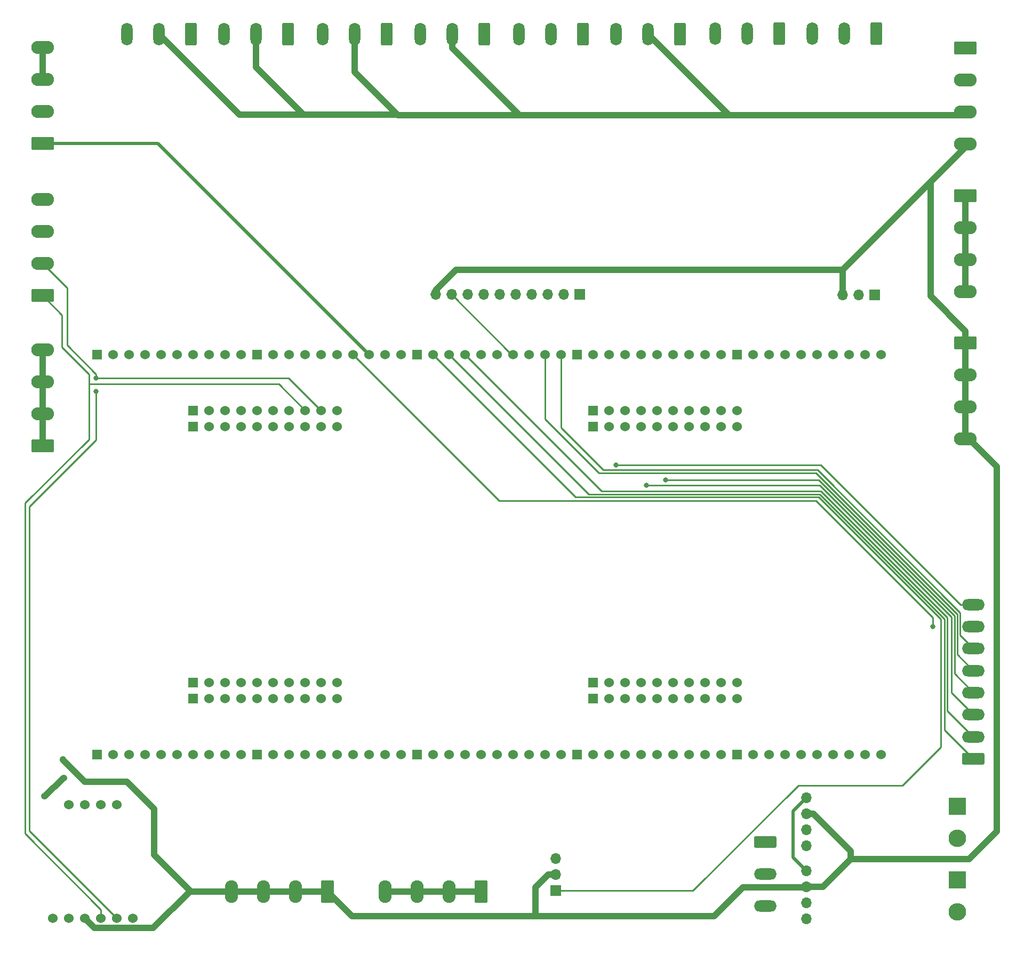
<source format=gbr>
%TF.GenerationSoftware,KiCad,Pcbnew,(6.0.6)*%
%TF.CreationDate,2022-09-09T15:05:40+03:00*%
%TF.ProjectId,main_board,6d61696e-5f62-46f6-9172-642e6b696361,rev?*%
%TF.SameCoordinates,Original*%
%TF.FileFunction,Copper,L1,Top*%
%TF.FilePolarity,Positive*%
%FSLAX46Y46*%
G04 Gerber Fmt 4.6, Leading zero omitted, Abs format (unit mm)*
G04 Created by KiCad (PCBNEW (6.0.6)) date 2022-09-09 15:05:40*
%MOMM*%
%LPD*%
G01*
G04 APERTURE LIST*
G04 Aperture macros list*
%AMRoundRect*
0 Rectangle with rounded corners*
0 $1 Rounding radius*
0 $2 $3 $4 $5 $6 $7 $8 $9 X,Y pos of 4 corners*
0 Add a 4 corners polygon primitive as box body*
4,1,4,$2,$3,$4,$5,$6,$7,$8,$9,$2,$3,0*
0 Add four circle primitives for the rounded corners*
1,1,$1+$1,$2,$3*
1,1,$1+$1,$4,$5*
1,1,$1+$1,$6,$7*
1,1,$1+$1,$8,$9*
0 Add four rect primitives between the rounded corners*
20,1,$1+$1,$2,$3,$4,$5,0*
20,1,$1+$1,$4,$5,$6,$7,0*
20,1,$1+$1,$6,$7,$8,$9,0*
20,1,$1+$1,$8,$9,$2,$3,0*%
G04 Aperture macros list end*
%TA.AperFunction,ComponentPad*%
%ADD10O,1.700000X1.700000*%
%TD*%
%TA.AperFunction,ComponentPad*%
%ADD11R,2.800000X2.800000*%
%TD*%
%TA.AperFunction,ComponentPad*%
%ADD12O,2.800000X2.800000*%
%TD*%
%TA.AperFunction,ComponentPad*%
%ADD13RoundRect,0.249999X1.550001X-0.790001X1.550001X0.790001X-1.550001X0.790001X-1.550001X-0.790001X0*%
%TD*%
%TA.AperFunction,ComponentPad*%
%ADD14O,3.600000X2.080000*%
%TD*%
%TA.AperFunction,ComponentPad*%
%ADD15C,1.524000*%
%TD*%
%TA.AperFunction,ComponentPad*%
%ADD16RoundRect,0.249999X-1.550001X0.790001X-1.550001X-0.790001X1.550001X-0.790001X1.550001X0.790001X0*%
%TD*%
%TA.AperFunction,ComponentPad*%
%ADD17R,1.700000X1.700000*%
%TD*%
%TA.AperFunction,ComponentPad*%
%ADD18O,1.800000X3.600000*%
%TD*%
%TA.AperFunction,ComponentPad*%
%ADD19RoundRect,0.250000X0.650000X1.550000X-0.650000X1.550000X-0.650000X-1.550000X0.650000X-1.550000X0*%
%TD*%
%TA.AperFunction,ComponentPad*%
%ADD20RoundRect,0.250000X1.550000X-0.650000X1.550000X0.650000X-1.550000X0.650000X-1.550000X-0.650000X0*%
%TD*%
%TA.AperFunction,ComponentPad*%
%ADD21O,3.600000X1.800000*%
%TD*%
%TA.AperFunction,ComponentPad*%
%ADD22RoundRect,0.249999X0.790001X1.550001X-0.790001X1.550001X-0.790001X-1.550001X0.790001X-1.550001X0*%
%TD*%
%TA.AperFunction,ComponentPad*%
%ADD23O,2.080000X3.600000*%
%TD*%
%TA.AperFunction,ComponentPad*%
%ADD24R,1.524000X1.524000*%
%TD*%
%TA.AperFunction,ComponentPad*%
%ADD25RoundRect,0.250000X-1.550000X0.650000X-1.550000X-0.650000X1.550000X-0.650000X1.550000X0.650000X0*%
%TD*%
%TA.AperFunction,ViaPad*%
%ADD26C,0.800000*%
%TD*%
%TA.AperFunction,Conductor*%
%ADD27C,0.500000*%
%TD*%
%TA.AperFunction,Conductor*%
%ADD28C,0.250000*%
%TD*%
%TA.AperFunction,Conductor*%
%ADD29C,1.000000*%
%TD*%
G04 APERTURE END LIST*
D10*
%TO.P,U4,1,3.3V*%
%TO.N,/TRANSCEIVER_ON_OFF*%
X142536400Y-147451200D03*
%TO.P,U4,2,GND*%
%TO.N,GND*%
X142536400Y-149991200D03*
%TO.P,U4,3,RX*%
%TO.N,DCAN1RX*%
X142536400Y-152531200D03*
%TO.P,U4,4,TX*%
%TO.N,DCAN1TX*%
X142536400Y-155071200D03*
D11*
%TO.P,U4,5,CANH*%
%TO.N,/CANH_BMS*%
X166502400Y-148841200D03*
D12*
%TO.P,U4,6,CANL*%
%TO.N,/CANL_BMS*%
X166502400Y-153921200D03*
%TD*%
D10*
%TO.P,U3,1,3.3V*%
%TO.N,/TRANSCEIVER_ON_OFF*%
X142587200Y-159084400D03*
%TO.P,U3,2,GND*%
%TO.N,GND*%
X142587200Y-161624400D03*
%TO.P,U3,3,RX*%
%TO.N,GIOB_3{slash}DCAN4RX*%
X142587200Y-164164400D03*
%TO.P,U3,4,TX*%
%TO.N,GIOB_2{slash}DCAN4TX*%
X142587200Y-166704400D03*
D11*
%TO.P,U3,5,CANH*%
%TO.N,/CANH_CURTIS*%
X166553200Y-160474400D03*
D12*
%TO.P,U3,6,CANL*%
%TO.N,/CANL_CURTIS*%
X166553200Y-165554400D03*
%TD*%
D13*
%TO.P,J5,1,Pin_1*%
%TO.N,+5V*%
X21285200Y-91592400D03*
D14*
%TO.P,J5,2,Pin_2*%
X21285200Y-86512400D03*
%TO.P,J5,3,Pin_3*%
X21285200Y-81432400D03*
%TO.P,J5,4,Pin_4*%
X21285200Y-76352400D03*
%TD*%
D15*
%TO.P,U1,1,Vin*%
%TO.N,+5V*%
X22963800Y-166625000D03*
%TO.P,U1,2,3Vo*%
%TO.N,unconnected-(U1-Pad2)*%
X25503800Y-166625000D03*
%TO.P,U1,3,GND*%
%TO.N,GND*%
X28043800Y-166625000D03*
%TO.P,U1,4,SDA*%
%TO.N,MIBSPI3NCS_2{slash}I2C1_SDA{slash}N2HET1_27{slash}NTZ1_2*%
X30583800Y-166625000D03*
%TO.P,U1,5,SCL*%
%TO.N,MIBSPI3NCS_3{slash}I2C1_SCL{slash}N2HET1_29{slash}NTZ1_1*%
X33123800Y-166625000D03*
%TO.P,U1,6,RESET*%
%TO.N,unconnected-(U1-Pad6)*%
X35663800Y-166625000D03*
%TO.P,U1,7,PS0_3V*%
%TO.N,unconnected-(U1-Pad7)*%
X25503800Y-148591000D03*
%TO.P,U1,8,PS1_3V*%
%TO.N,unconnected-(U1-Pad8)*%
X28043800Y-148591000D03*
%TO.P,U1,9,INT_3V*%
%TO.N,unconnected-(U1-Pad9)*%
X30583800Y-148591000D03*
%TO.P,U1,10,I2C_ADDR_3V*%
%TO.N,unconnected-(U1-Pad10)*%
X33123800Y-148591000D03*
%TD*%
D13*
%TO.P,J1,1,Pin_1*%
%TO.N,N2HET2_2{slash}N2HET2_NDIS*%
X21285200Y-43586400D03*
D14*
%TO.P,J1,2,Pin_2*%
%TO.N,/SARJ START*%
X21285200Y-38506400D03*
%TO.P,J1,3,Pin_3*%
%TO.N,GND*%
X21285200Y-33426400D03*
%TO.P,J1,4,Pin_4*%
X21285200Y-28346400D03*
%TD*%
D16*
%TO.P,J2,1,Pin_1*%
%TO.N,+5V*%
X167781100Y-28448000D03*
D14*
%TO.P,J2,2,Pin_2*%
%TO.N,+12V*%
X167781100Y-33528000D03*
%TO.P,J2,3,Pin_3*%
%TO.N,+24V*%
X167781100Y-38608000D03*
%TO.P,J2,4,Pin_4*%
%TO.N,GND*%
X167781100Y-43688000D03*
%TD*%
D17*
%TO.P,MODULE1,1,JD-VCC*%
%TO.N,+5V*%
X153408000Y-67586000D03*
D10*
%TO.P,MODULE1,2,VCC*%
%TO.N,+3V3*%
X150868000Y-67586000D03*
%TO.P,MODULE1,3,GND*%
%TO.N,GND*%
X148328000Y-67586000D03*
%TO.P,MODULE1,4,GND*%
X83693000Y-67564000D03*
%TO.P,MODULE1,5,IN1*%
%TO.N,N2HET2_9*%
X86233000Y-67564000D03*
%TO.P,MODULE1,6,IN2*%
%TO.N,N2HET2_0*%
X88773000Y-67564000D03*
%TO.P,MODULE1,7,IN3*%
%TO.N,N2HET2_1{slash}N2HET1_NDIS*%
X91313000Y-67564000D03*
%TO.P,MODULE1,8,IN4*%
%TO.N,N2HET2_6*%
X93853000Y-67564000D03*
%TO.P,MODULE1,9,IN5*%
%TO.N,N2HET2_7{slash}MIBSPI2NCS_0*%
X96393000Y-67564000D03*
%TO.P,MODULE1,10,IN6*%
%TO.N,N2HET2_10*%
X98933000Y-67564000D03*
%TO.P,MODULE1,11,IN7*%
%TO.N,N2HET2_8*%
X101473000Y-67564000D03*
%TO.P,MODULE1,12,IN8*%
%TO.N,N2HET2_13{slash}MIBSPI2SOMI*%
X104013000Y-67564000D03*
D17*
%TO.P,MODULE1,13,VCC*%
%TO.N,+3V3*%
X106553000Y-67564000D03*
D18*
%TO.P,MODULE1,14,K1_NC*%
%TO.N,unconnected-(MODULE1-Pad14)*%
X34671000Y-26199000D03*
%TO.P,MODULE1,15,K1_COM*%
%TO.N,+24V*%
X39751000Y-26199000D03*
D19*
%TO.P,MODULE1,16,K1_NO*%
%TO.N,/BUZZER ALARM*%
X44831000Y-26199000D03*
D18*
%TO.P,MODULE1,17,K2_NC*%
%TO.N,unconnected-(MODULE1-Pad17)*%
X50131000Y-26199000D03*
%TO.P,MODULE1,18,K2_COM*%
%TO.N,+24V*%
X55211000Y-26199000D03*
D19*
%TO.P,MODULE1,19,K2_NO*%
%TO.N,/RED ALARM*%
X60291000Y-26199000D03*
D18*
%TO.P,MODULE1,20,K3_NC*%
%TO.N,unconnected-(MODULE1-Pad20)*%
X65786000Y-26199000D03*
%TO.P,MODULE1,21,K3_COM*%
%TO.N,+24V*%
X70866000Y-26199000D03*
D19*
%TO.P,MODULE1,22,K3_NO*%
%TO.N,/YELLOW ALARM*%
X75946000Y-26199000D03*
D18*
%TO.P,MODULE1,23,K4_NC*%
%TO.N,unconnected-(MODULE1-Pad23)*%
X81246000Y-26199000D03*
%TO.P,MODULE1,24,K4_COM*%
%TO.N,+24V*%
X86326000Y-26199000D03*
D19*
%TO.P,MODULE1,25,K4_NO*%
%TO.N,/GREEN ALARM*%
X91406000Y-26199000D03*
D18*
%TO.P,MODULE1,26,K5_NC*%
%TO.N,unconnected-(MODULE1-Pad26)*%
X96901000Y-26199000D03*
%TO.P,MODULE1,27,K5_COM*%
%TO.N,/KAPI_KUMANDA_SW1*%
X101981000Y-26199000D03*
D19*
%TO.P,MODULE1,28,K5_NO*%
%TO.N,/KAPI_KUMANDA_SW2*%
X107061000Y-26199000D03*
D18*
%TO.P,MODULE1,29,K6_NC*%
%TO.N,unconnected-(MODULE1-Pad29)*%
X112361000Y-26199000D03*
%TO.P,MODULE1,30,K6_COM*%
%TO.N,+24V*%
X117441000Y-26199000D03*
D19*
%TO.P,MODULE1,31,K6_NO*%
%TO.N,/SARJ START*%
X122521000Y-26199000D03*
D18*
%TO.P,MODULE1,32,K7_NC*%
%TO.N,unconnected-(MODULE1-Pad32)*%
X128050000Y-26162000D03*
%TO.P,MODULE1,33,K7_COM*%
%TO.N,/PC_ON_HEADER_GND*%
X133130000Y-26162000D03*
D19*
%TO.P,MODULE1,34,K7_NO*%
%TO.N,/PC_ON_HEADER*%
X138210000Y-26162000D03*
D18*
%TO.P,MODULE1,35,K8_NC*%
%TO.N,unconnected-(MODULE1-Pad35)*%
X143510000Y-26162000D03*
%TO.P,MODULE1,36,K8_COM*%
%TO.N,unconnected-(MODULE1-Pad36)*%
X148590000Y-26162000D03*
D19*
%TO.P,MODULE1,37,K8_NO*%
%TO.N,unconnected-(MODULE1-Pad37)*%
X153670000Y-26162000D03*
%TD*%
D20*
%TO.P,J4,1,Pin_1*%
%TO.N,N2HET2_23*%
X169095300Y-141264500D03*
D21*
%TO.P,J4,2,Pin_2*%
%TO.N,N2HET2_11*%
X169095300Y-137764500D03*
%TO.P,J4,3,Pin_3*%
%TO.N,DCAN2TX*%
X169095300Y-134264500D03*
%TO.P,J4,4,Pin_4*%
%TO.N,DCAN2RX*%
X169095300Y-130764500D03*
%TO.P,J4,5,Pin_5*%
%TO.N,AD2IN_23*%
X169095300Y-127264500D03*
%TO.P,J4,6,Pin_6*%
%TO.N,AD2IN_24*%
X169095300Y-123764500D03*
%TO.P,J4,7,Pin_7*%
%TO.N,N2HET2_3{slash}MIBSPI2CLK*%
X169095300Y-120264500D03*
%TO.P,J4,8,Pin_8*%
%TO.N,N2HET2_4*%
X169095300Y-116764500D03*
%TD*%
D22*
%TO.P,J9,1,Pin_1*%
%TO.N,GND*%
X66548000Y-162356800D03*
D23*
%TO.P,J9,2,Pin_2*%
X61468000Y-162356800D03*
%TO.P,J9,3,Pin_3*%
X56388000Y-162356800D03*
%TO.P,J9,4,Pin_4*%
X51308000Y-162356800D03*
%TD*%
D16*
%TO.P,J6,1,Pin_1*%
%TO.N,+12V*%
X167813100Y-51866800D03*
D14*
%TO.P,J6,2,Pin_2*%
X167813100Y-56946800D03*
%TO.P,J6,3,Pin_3*%
X167813100Y-62026800D03*
%TO.P,J6,4,Pin_4*%
X167813100Y-67106800D03*
%TD*%
D13*
%TO.P,J3,1,Pin_1*%
%TO.N,MIBSPI3NCS_2{slash}I2C1_SDA{slash}N2HET1_27{slash}NTZ1_2*%
X21285200Y-67716400D03*
D14*
%TO.P,J3,2,Pin_2*%
%TO.N,MIBSPI3NCS_3{slash}I2C1_SCL{slash}N2HET1_29{slash}NTZ1_1*%
X21285200Y-62636400D03*
%TO.P,J3,3,Pin_3*%
%TO.N,+5V*%
X21285200Y-57556400D03*
%TO.P,J3,4,Pin_4*%
%TO.N,GND*%
X21285200Y-52476400D03*
%TD*%
D16*
%TO.P,J8,1,Pin_1*%
%TO.N,GND*%
X167781100Y-75234800D03*
D14*
%TO.P,J8,2,Pin_2*%
X167781100Y-80314800D03*
%TO.P,J8,3,Pin_3*%
X167781100Y-85394800D03*
%TO.P,J8,4,Pin_4*%
X167781100Y-90474800D03*
%TD*%
D15*
%TO.P,U2,J10_50,J10_50*%
%TO.N,unconnected-(U2-PadJ10_50)*%
X154406600Y-140578200D03*
%TO.P,U2,J10_49,J10_49*%
%TO.N,unconnected-(U2-PadJ10_49)*%
X151866600Y-140578200D03*
%TO.P,U2,J10_48,J10_48*%
%TO.N,unconnected-(U2-PadJ10_48)*%
X149326600Y-140578200D03*
%TO.P,U2,J10_47,J10_47*%
%TO.N,unconnected-(U2-PadJ10_47)*%
X146786600Y-140578200D03*
%TO.P,U2,J10_46,J10_46*%
%TO.N,N2HET2_13{slash}MIBSPI2SOMI*%
X144246600Y-140578200D03*
%TO.P,U2,J10_45,J10_45*%
%TO.N,DCAN1TX*%
X141706600Y-140578200D03*
%TO.P,U2,J10_44,J10_44*%
%TO.N,DCAN1RX*%
X139166600Y-140578200D03*
%TO.P,U2,J10_43,J10_43*%
%TO.N,unconnected-(U2-PadJ10_43)*%
X136626600Y-140578200D03*
%TO.P,U2,J10_42,J10_42*%
%TO.N,unconnected-(U2-PadJ10_42)*%
X134086600Y-140578200D03*
D24*
%TO.P,U2,J10_41,J10_41*%
%TO.N,unconnected-(U2-PadJ10_41)*%
X131546600Y-140578200D03*
D15*
%TO.P,U2,J10_40,J10_40*%
%TO.N,unconnected-(U2-PadJ10_40)*%
X129006600Y-140578200D03*
%TO.P,U2,J10_39,J10_39*%
%TO.N,unconnected-(U2-PadJ10_39)*%
X126466600Y-140578200D03*
%TO.P,U2,J10_38,J10_38*%
%TO.N,unconnected-(U2-PadJ10_38)*%
X123926600Y-140578200D03*
%TO.P,U2,J10_37,J10_37*%
%TO.N,unconnected-(U2-PadJ10_37)*%
X121386600Y-140578200D03*
%TO.P,U2,J10_36,J10_36*%
%TO.N,unconnected-(U2-PadJ10_36)*%
X118846600Y-140578200D03*
%TO.P,U2,J10_35,J10_35*%
%TO.N,unconnected-(U2-PadJ10_35)*%
X116306600Y-140578200D03*
%TO.P,U2,J10_34,J10_34*%
%TO.N,unconnected-(U2-PadJ10_34)*%
X113766600Y-140578200D03*
%TO.P,U2,J10_33,J10_33*%
%TO.N,unconnected-(U2-PadJ10_33)*%
X111226600Y-140578200D03*
%TO.P,U2,J10_32,J10_32*%
%TO.N,unconnected-(U2-PadJ10_32)*%
X108686600Y-140578200D03*
D24*
%TO.P,U2,J10_31,J10_31*%
%TO.N,unconnected-(U2-PadJ10_31)*%
X106146600Y-140578200D03*
D15*
%TO.P,U2,J10_30,J10_30*%
%TO.N,unconnected-(U2-PadJ10_30)*%
X103606600Y-140578200D03*
%TO.P,U2,J10_29,J10_29*%
%TO.N,unconnected-(U2-PadJ10_29)*%
X101066600Y-140578200D03*
%TO.P,U2,J10_28,J10_28*%
%TO.N,unconnected-(U2-PadJ10_28)*%
X98526600Y-140578200D03*
%TO.P,U2,J10_27,J10_27*%
%TO.N,unconnected-(U2-PadJ10_27)*%
X95986600Y-140578200D03*
%TO.P,U2,J10_26,J10_26*%
%TO.N,unconnected-(U2-PadJ10_26)*%
X93446600Y-140578200D03*
%TO.P,U2,J10_25,J10_25*%
%TO.N,unconnected-(U2-PadJ10_25)*%
X90906600Y-140578200D03*
%TO.P,U2,J10_24,J10_24*%
%TO.N,unconnected-(U2-PadJ10_24)*%
X88366600Y-140578200D03*
%TO.P,U2,J10_23,J10_23*%
%TO.N,unconnected-(U2-PadJ10_23)*%
X85826600Y-140578200D03*
%TO.P,U2,J10_22,J10_22*%
%TO.N,unconnected-(U2-PadJ10_22)*%
X83286600Y-140578200D03*
D24*
%TO.P,U2,J10_21,J10_21*%
%TO.N,unconnected-(U2-PadJ10_21)*%
X80746600Y-140578200D03*
D15*
%TO.P,U2,J10_20,J10_20*%
%TO.N,unconnected-(U2-PadJ10_20)*%
X78206600Y-140578200D03*
%TO.P,U2,J10_19,J10_19*%
%TO.N,N2HET2_8*%
X75666600Y-140578200D03*
%TO.P,U2,J10_18,J10_18*%
%TO.N,unconnected-(U2-PadJ10_18)*%
X73126600Y-140578200D03*
%TO.P,U2,J10_17,J10_17*%
%TO.N,unconnected-(U2-PadJ10_17)*%
X70586600Y-140578200D03*
%TO.P,U2,J10_16,J10_16*%
%TO.N,GIOB_3{slash}DCAN4RX*%
X68046600Y-140578200D03*
%TO.P,U2,J10_15,J10_15*%
%TO.N,unconnected-(U2-PadJ10_15)*%
X65506600Y-140578200D03*
%TO.P,U2,J10_14,J10_14*%
%TO.N,unconnected-(U2-PadJ10_14)*%
X62966600Y-140578200D03*
%TO.P,U2,J10_13,J10_13*%
%TO.N,unconnected-(U2-PadJ10_13)*%
X60426600Y-140578200D03*
%TO.P,U2,J10_12,J10_12*%
%TO.N,unconnected-(U2-PadJ10_12)*%
X57886600Y-140578200D03*
D24*
%TO.P,U2,J10_11,J10_11*%
%TO.N,unconnected-(U2-PadJ10_11)*%
X55346600Y-140578200D03*
D15*
%TO.P,U2,J10_10,J10_10*%
%TO.N,unconnected-(U2-PadJ10_10)*%
X52806600Y-140578200D03*
%TO.P,U2,J10_9,J10_9*%
%TO.N,unconnected-(U2-PadJ10_9)*%
X50266600Y-140578200D03*
%TO.P,U2,J10_8,J10_8*%
%TO.N,unconnected-(U2-PadJ10_8)*%
X47726600Y-140578200D03*
%TO.P,U2,J10_7,J10_7*%
%TO.N,unconnected-(U2-PadJ10_7)*%
X45186600Y-140578200D03*
%TO.P,U2,J10_6,J10_6*%
%TO.N,unconnected-(U2-PadJ10_6)*%
X42646600Y-140578200D03*
%TO.P,U2,J10_5,J10_5*%
%TO.N,GIOB_2{slash}DCAN4TX*%
X40106600Y-140578200D03*
%TO.P,U2,J10_4,J10_4*%
%TO.N,unconnected-(U2-PadJ10_4)*%
X37566600Y-140578200D03*
%TO.P,U2,J10_3,J10_3*%
%TO.N,unconnected-(U2-PadJ10_3)*%
X35026600Y-140578200D03*
%TO.P,U2,J10_2,J10_2*%
%TO.N,unconnected-(U2-PadJ10_2)*%
X32486600Y-140578200D03*
D24*
%TO.P,U2,J10_1,J10_1*%
%TO.N,unconnected-(U2-PadJ10_1)*%
X29946600Y-140578200D03*
D15*
%TO.P,U2,J9_50,J9_50*%
%TO.N,unconnected-(U2-PadJ9_50)*%
X154406600Y-77078200D03*
%TO.P,U2,J9_49,J9_49*%
%TO.N,unconnected-(U2-PadJ9_49)*%
X151866600Y-77078200D03*
%TO.P,U2,J9_48,J9_48*%
%TO.N,unconnected-(U2-PadJ9_48)*%
X149326600Y-77078200D03*
%TO.P,U2,J9_47,J9_47*%
%TO.N,unconnected-(U2-PadJ9_47)*%
X146786600Y-77078200D03*
%TO.P,U2,J9_46,J9_46*%
%TO.N,unconnected-(U2-PadJ9_46)*%
X144246600Y-77078200D03*
%TO.P,U2,J9_45,J9_45*%
%TO.N,unconnected-(U2-PadJ9_45)*%
X141706600Y-77078200D03*
%TO.P,U2,J9_44,J9_44*%
%TO.N,unconnected-(U2-PadJ9_44)*%
X139166600Y-77078200D03*
%TO.P,U2,J9_43,J9_43*%
%TO.N,unconnected-(U2-PadJ9_43)*%
X136626600Y-77078200D03*
%TO.P,U2,J9_42,J9_42*%
%TO.N,unconnected-(U2-PadJ9_42)*%
X134086600Y-77078200D03*
D24*
%TO.P,U2,J9_41,J9_41*%
%TO.N,unconnected-(U2-PadJ9_41)*%
X131546600Y-77078200D03*
D15*
%TO.P,U2,J9_40,J9_40*%
%TO.N,unconnected-(U2-PadJ9_40)*%
X129006600Y-77078200D03*
%TO.P,U2,J9_39,J9_39*%
%TO.N,unconnected-(U2-PadJ9_39)*%
X126466600Y-77078200D03*
%TO.P,U2,J9_38,J9_38*%
%TO.N,unconnected-(U2-PadJ9_38)*%
X123926600Y-77078200D03*
%TO.P,U2,J9_37,J9_37*%
%TO.N,unconnected-(U2-PadJ9_37)*%
X121386600Y-77078200D03*
%TO.P,U2,J9_36,J9_36*%
%TO.N,unconnected-(U2-PadJ9_36)*%
X118846600Y-77078200D03*
%TO.P,U2,J9_35,J9_35*%
%TO.N,unconnected-(U2-PadJ9_35)*%
X116306600Y-77078200D03*
%TO.P,U2,J9_34,J9_34*%
%TO.N,unconnected-(U2-PadJ9_34)*%
X113766600Y-77078200D03*
%TO.P,U2,J9_33,J9_33*%
%TO.N,unconnected-(U2-PadJ9_33)*%
X111226600Y-77078200D03*
%TO.P,U2,J9_32,J9_32*%
%TO.N,unconnected-(U2-PadJ9_32)*%
X108686600Y-77078200D03*
D24*
%TO.P,U2,J9_31,J9_31*%
%TO.N,unconnected-(U2-PadJ9_31)*%
X106146600Y-77078200D03*
D15*
%TO.P,U2,J9_30,J9_30*%
%TO.N,AD2IN_24*%
X103606600Y-77078200D03*
%TO.P,U2,J9_29,J9_29*%
%TO.N,AD2IN_23*%
X101066600Y-77078200D03*
%TO.P,U2,J9_28,J9_28*%
%TO.N,N2HET2_22*%
X98526600Y-77078200D03*
%TO.P,U2,J9_27,J9_27*%
%TO.N,N2HET2_9*%
X95986600Y-77078200D03*
%TO.P,U2,J9_26,J9_26*%
%TO.N,N2HET2_10*%
X93446600Y-77078200D03*
%TO.P,U2,J9_25,J9_25*%
%TO.N,unconnected-(U2-PadJ9_25)*%
X90906600Y-77078200D03*
%TO.P,U2,J9_24,J9_24*%
%TO.N,N2HET2_11*%
X88366600Y-77078200D03*
%TO.P,U2,J9_23,J9_23*%
%TO.N,N2HET2_23*%
X85826600Y-77078200D03*
%TO.P,U2,J9_22,J9_22*%
%TO.N,N2HET2_14{slash}MIBSPI2SIMO*%
X83286600Y-77078200D03*
D24*
%TO.P,U2,J9_21,J9_21*%
%TO.N,unconnected-(U2-PadJ9_21)*%
X80746600Y-77078200D03*
D15*
%TO.P,U2,J9_20,J9_20*%
%TO.N,N2HET2_7{slash}MIBSPI2NCS_0*%
X78206600Y-77078200D03*
%TO.P,U2,J9_19,J9_19*%
%TO.N,unconnected-(U2-PadJ9_19)*%
X75666600Y-77078200D03*
%TO.P,U2,J9_18,J9_18*%
%TO.N,N2HET2_2{slash}N2HET2_NDIS*%
X73126600Y-77078200D03*
%TO.P,U2,J9_17,J9_17*%
%TO.N,N2HET2_3{slash}MIBSPI2CLK*%
X70586600Y-77078200D03*
%TO.P,U2,J9_16,J9_16*%
%TO.N,unconnected-(U2-PadJ9_16)*%
X68046600Y-77078200D03*
%TO.P,U2,J9_15,J9_15*%
%TO.N,unconnected-(U2-PadJ9_15)*%
X65506600Y-77078200D03*
%TO.P,U2,J9_14,J9_14*%
%TO.N,N2HET2_4*%
X62966600Y-77078200D03*
%TO.P,U2,J9_13,J9_13*%
%TO.N,DCAN2TX*%
X60426600Y-77078200D03*
%TO.P,U2,J9_12,J9_12*%
%TO.N,DCAN2RX*%
X57886600Y-77078200D03*
D24*
%TO.P,U2,J9_11,J9_11*%
%TO.N,unconnected-(U2-PadJ9_11)*%
X55346600Y-77078200D03*
D15*
%TO.P,U2,J9_10,J9_10*%
%TO.N,unconnected-(U2-PadJ9_10)*%
X52806600Y-77078200D03*
%TO.P,U2,J9_9,J9_9*%
%TO.N,unconnected-(U2-PadJ9_9)*%
X50266600Y-77078200D03*
%TO.P,U2,J9_8,J9_8*%
%TO.N,unconnected-(U2-PadJ9_8)*%
X47726600Y-77078200D03*
%TO.P,U2,J9_7,J9_7*%
%TO.N,N2HET2_6*%
X45186600Y-77078200D03*
%TO.P,U2,J9_6,J9_6*%
%TO.N,N2HET2_1{slash}N2HET1_NDIS*%
X42646600Y-77078200D03*
%TO.P,U2,J9_5,J9_5*%
%TO.N,N2HET2_0*%
X40106600Y-77078200D03*
%TO.P,U2,J9_4,J9_4*%
%TO.N,unconnected-(U2-PadJ9_4)*%
X37566600Y-77078200D03*
%TO.P,U2,J9_3,J9_3*%
%TO.N,+3V3*%
X35026600Y-77078200D03*
%TO.P,U2,J9_2,J9_2*%
%TO.N,unconnected-(U2-PadJ9_2)*%
X32486600Y-77078200D03*
D24*
%TO.P,U2,J9_1,J9_1*%
%TO.N,unconnected-(U2-PadJ9_1)*%
X29946600Y-77078200D03*
D15*
%TO.P,U2,J8_10,J8_10*%
%TO.N,unconnected-(U2-PadJ8_10)*%
X131546600Y-88508200D03*
%TO.P,U2,J8_9,J8_9*%
%TO.N,unconnected-(U2-PadJ8_9)*%
X129006600Y-88508200D03*
%TO.P,U2,J8_8,J8_8*%
%TO.N,unconnected-(U2-PadJ8_8)*%
X126466600Y-88508200D03*
%TO.P,U2,J8_7,J8_7*%
%TO.N,unconnected-(U2-PadJ8_7)*%
X123926600Y-88508200D03*
%TO.P,U2,J8_6,J8_6*%
%TO.N,unconnected-(U2-PadJ8_6)*%
X121386600Y-88508200D03*
%TO.P,U2,J8_5,J8_5*%
%TO.N,unconnected-(U2-PadJ8_5)*%
X118846600Y-88508200D03*
%TO.P,U2,J8_4,J8_4*%
%TO.N,unconnected-(U2-PadJ8_4)*%
X116306600Y-88508200D03*
%TO.P,U2,J8_3,J8_3*%
%TO.N,unconnected-(U2-PadJ8_3)*%
X113766600Y-88508200D03*
%TO.P,U2,J8_2,J8_2*%
%TO.N,unconnected-(U2-PadJ8_2)*%
X111226600Y-88508200D03*
D24*
%TO.P,U2,J8_1,J8_1*%
%TO.N,unconnected-(U2-PadJ8_1)*%
X108686600Y-88508200D03*
D15*
%TO.P,U2,J7_10,J7_10*%
%TO.N,unconnected-(U2-PadJ7_10)*%
X131546600Y-129148200D03*
%TO.P,U2,J7_9,J7_9*%
%TO.N,unconnected-(U2-PadJ7_9)*%
X129006600Y-129148200D03*
%TO.P,U2,J7_8,J7_8*%
%TO.N,unconnected-(U2-PadJ7_8)*%
X126466600Y-129148200D03*
%TO.P,U2,J7_7,J7_7*%
%TO.N,unconnected-(U2-PadJ7_7)*%
X123926600Y-129148200D03*
%TO.P,U2,J7_6,J7_6*%
%TO.N,unconnected-(U2-PadJ7_6)*%
X121386600Y-129148200D03*
%TO.P,U2,J7_5,J7_5*%
%TO.N,unconnected-(U2-PadJ7_5)*%
X118846600Y-129148200D03*
%TO.P,U2,J7_4,J7_4*%
%TO.N,unconnected-(U2-PadJ7_4)*%
X116306600Y-129148200D03*
%TO.P,U2,J7_3,J7_3*%
%TO.N,unconnected-(U2-PadJ7_3)*%
X113766600Y-129148200D03*
%TO.P,U2,J7_2,J7_2*%
%TO.N,unconnected-(U2-PadJ7_2)*%
X111226600Y-129148200D03*
D24*
%TO.P,U2,J7_1,J7_1*%
%TO.N,unconnected-(U2-PadJ7_1)*%
X108686600Y-129148200D03*
D15*
%TO.P,U2,J6_10,J6_10*%
%TO.N,unconnected-(U2-PadJ6_10)*%
X131546600Y-85968200D03*
%TO.P,U2,J6_9,J6_9*%
%TO.N,unconnected-(U2-PadJ6_9)*%
X129006600Y-85968200D03*
%TO.P,U2,J6_8,J6_8*%
%TO.N,unconnected-(U2-PadJ6_8)*%
X126466600Y-85968200D03*
%TO.P,U2,J6_7,J6_7*%
%TO.N,unconnected-(U2-PadJ6_7)*%
X123926600Y-85968200D03*
%TO.P,U2,J6_6,J6_6*%
%TO.N,unconnected-(U2-PadJ6_6)*%
X121386600Y-85968200D03*
%TO.P,U2,J6_5,J6_5*%
%TO.N,unconnected-(U2-PadJ6_5)*%
X118846600Y-85968200D03*
%TO.P,U2,J6_4,J6_4*%
%TO.N,unconnected-(U2-PadJ6_4)*%
X116306600Y-85968200D03*
%TO.P,U2,J6_3,J6_3*%
%TO.N,unconnected-(U2-PadJ6_3)*%
X113766600Y-85968200D03*
%TO.P,U2,J6_2,J6_2*%
%TO.N,unconnected-(U2-PadJ6_2)*%
X111226600Y-85968200D03*
D24*
%TO.P,U2,J6_1,J6_1*%
%TO.N,unconnected-(U2-PadJ6_1)*%
X108686600Y-85968200D03*
D15*
%TO.P,U2,J5_10,J5_10*%
%TO.N,unconnected-(U2-PadJ5_10)*%
X131546600Y-131688200D03*
%TO.P,U2,J5_9,J5_9*%
%TO.N,unconnected-(U2-PadJ5_9)*%
X129006600Y-131688200D03*
%TO.P,U2,J5_8,J5_8*%
%TO.N,unconnected-(U2-PadJ5_8)*%
X126466600Y-131688200D03*
%TO.P,U2,J5_7,J5_7*%
%TO.N,unconnected-(U2-PadJ5_7)*%
X123926600Y-131688200D03*
%TO.P,U2,J5_6,J5_6*%
%TO.N,unconnected-(U2-PadJ5_6)*%
X121386600Y-131688200D03*
%TO.P,U2,J5_5,J5_5*%
%TO.N,unconnected-(U2-PadJ5_5)*%
X118846600Y-131688200D03*
%TO.P,U2,J5_4,J5_4*%
%TO.N,unconnected-(U2-PadJ5_4)*%
X116306600Y-131688200D03*
%TO.P,U2,J5_3,J5_3*%
%TO.N,unconnected-(U2-PadJ5_3)*%
X113766600Y-131688200D03*
%TO.P,U2,J5_2,J5_2*%
%TO.N,unconnected-(U2-PadJ5_2)*%
X111226600Y-131688200D03*
D24*
%TO.P,U2,J5_1,J5_1*%
%TO.N,unconnected-(U2-PadJ5_1)*%
X108686600Y-131688200D03*
D15*
%TO.P,U2,J4_10,J4_10*%
%TO.N,unconnected-(U2-PadJ4_10)*%
X68046600Y-88508200D03*
%TO.P,U2,J4_9,J4_9*%
%TO.N,unconnected-(U2-PadJ4_9)*%
X65506600Y-88508200D03*
%TO.P,U2,J4_8,J4_8*%
%TO.N,unconnected-(U2-PadJ4_8)*%
X62966600Y-88508200D03*
%TO.P,U2,J4_7,J4_7*%
%TO.N,unconnected-(U2-PadJ4_7)*%
X60426600Y-88508200D03*
%TO.P,U2,J4_6,J4_6*%
%TO.N,unconnected-(U2-PadJ4_6)*%
X57886600Y-88508200D03*
%TO.P,U2,J4_5,J4_5*%
%TO.N,unconnected-(U2-PadJ4_5)*%
X55346600Y-88508200D03*
%TO.P,U2,J4_4,J4_4*%
%TO.N,unconnected-(U2-PadJ4_4)*%
X52806600Y-88508200D03*
%TO.P,U2,J4_3,J4_3*%
%TO.N,unconnected-(U2-PadJ4_3)*%
X50266600Y-88508200D03*
%TO.P,U2,J4_2,J4_2*%
%TO.N,unconnected-(U2-PadJ4_2)*%
X47726600Y-88508200D03*
D24*
%TO.P,U2,J4_1,J4_1*%
%TO.N,unconnected-(U2-PadJ4_1)*%
X45186600Y-88508200D03*
D15*
%TO.P,U2,J3_10,J3_10*%
%TO.N,unconnected-(U2-PadJ3_10)*%
X68046600Y-129148200D03*
%TO.P,U2,J3_9,J3_9*%
%TO.N,unconnected-(U2-PadJ3_9)*%
X65506600Y-129148200D03*
%TO.P,U2,J3_8,J3_8*%
%TO.N,unconnected-(U2-PadJ3_8)*%
X62966600Y-129148200D03*
%TO.P,U2,J3_7,J3_7*%
%TO.N,unconnected-(U2-PadJ3_7)*%
X60426600Y-129148200D03*
%TO.P,U2,J3_6,J3_6*%
%TO.N,unconnected-(U2-PadJ3_6)*%
X57886600Y-129148200D03*
%TO.P,U2,J3_5,J3_5*%
%TO.N,unconnected-(U2-PadJ3_5)*%
X55346600Y-129148200D03*
%TO.P,U2,J3_4,J3_4*%
%TO.N,unconnected-(U2-PadJ3_4)*%
X52806600Y-129148200D03*
%TO.P,U2,J3_3,J3_3*%
%TO.N,unconnected-(U2-PadJ3_3)*%
X50266600Y-129148200D03*
%TO.P,U2,J3_2,J3_2*%
%TO.N,unconnected-(U2-PadJ3_2)*%
X47726600Y-129148200D03*
D24*
%TO.P,U2,J3_1,J3_1*%
%TO.N,unconnected-(U2-PadJ3_1)*%
X45186600Y-129148200D03*
D15*
%TO.P,U2,J2_10,J2_10*%
%TO.N,unconnected-(U2-PadJ2_10)*%
X68046600Y-85968200D03*
%TO.P,U2,J2_9,J2_9*%
%TO.N,MIBSPI3NCS_3{slash}I2C1_SCL{slash}N2HET1_29{slash}NTZ1_1*%
X65506600Y-85968200D03*
%TO.P,U2,J2_8,J2_8*%
%TO.N,MIBSPI3NCS_2{slash}I2C1_SDA{slash}N2HET1_27{slash}NTZ1_2*%
X62966600Y-85968200D03*
%TO.P,U2,J2_7,J2_7*%
%TO.N,unconnected-(U2-PadJ2_7)*%
X60426600Y-85968200D03*
%TO.P,U2,J2_6,J2_6*%
%TO.N,unconnected-(U2-PadJ2_6)*%
X57886600Y-85968200D03*
%TO.P,U2,J2_5,J2_5*%
%TO.N,unconnected-(U2-PadJ2_5)*%
X55346600Y-85968200D03*
%TO.P,U2,J2_4,J2_4*%
%TO.N,unconnected-(U2-PadJ2_4)*%
X52806600Y-85968200D03*
%TO.P,U2,J2_3,J2_3*%
%TO.N,unconnected-(U2-PadJ2_3)*%
X50266600Y-85968200D03*
%TO.P,U2,J2_2,J2_2*%
%TO.N,unconnected-(U2-PadJ2_2)*%
X47726600Y-85968200D03*
D24*
%TO.P,U2,J2_1,J2_1*%
%TO.N,unconnected-(U2-PadJ2_1)*%
X45186600Y-85968200D03*
D15*
%TO.P,U2,J1_10,J1_10*%
%TO.N,unconnected-(U2-PadJ1_10)*%
X68046600Y-131688200D03*
%TO.P,U2,J1_9,J1_9*%
%TO.N,unconnected-(U2-PadJ1_9)*%
X65506600Y-131688200D03*
%TO.P,U2,J1_8,J1_8*%
%TO.N,unconnected-(U2-PadJ1_8)*%
X62966600Y-131688200D03*
%TO.P,U2,J1_7,J1_7*%
%TO.N,unconnected-(U2-PadJ1_7)*%
X60426600Y-131688200D03*
%TO.P,U2,J1_6,J1_6*%
%TO.N,unconnected-(U2-PadJ1_6)*%
X57886600Y-131688200D03*
%TO.P,U2,J1_5,J1_5*%
%TO.N,unconnected-(U2-PadJ1_5)*%
X55346600Y-131688200D03*
%TO.P,U2,J1_4,J1_4*%
%TO.N,unconnected-(U2-PadJ1_4)*%
X52806600Y-131688200D03*
%TO.P,U2,J1_3,J1_3*%
%TO.N,unconnected-(U2-PadJ1_3)*%
X50266600Y-131688200D03*
%TO.P,U2,J1_2,J1_2*%
%TO.N,unconnected-(U2-PadJ1_2)*%
X47726600Y-131688200D03*
D24*
%TO.P,U2,J1_1,J1_1*%
%TO.N,unconnected-(U2-PadJ1_1)*%
X45186600Y-131688200D03*
%TD*%
D10*
%TO.P,U5,6,5V*%
%TO.N,+5V*%
X102805200Y-157126000D03*
%TO.P,U5,5,GND*%
%TO.N,GND*%
X102805200Y-159666000D03*
D17*
%TO.P,U5,4,IN*%
%TO.N,N2HET2_14{slash}MIBSPI2SIMO*%
X102805200Y-162206000D03*
D25*
%TO.P,U5,3,NC*%
%TO.N,unconnected-(U5-Pad3)*%
X136019200Y-154498000D03*
D21*
%TO.P,U5,2,COM*%
%TO.N,+3V3*%
X136019200Y-159578000D03*
%TO.P,U5,1,NO*%
%TO.N,/TRANSCEIVER_ON_OFF*%
X136019200Y-164658000D03*
%TD*%
D22*
%TO.P,J7,1,Pin_1*%
%TO.N,+24V*%
X90932000Y-162356800D03*
D23*
%TO.P,J7,2,Pin_2*%
X85852000Y-162356800D03*
%TO.P,J7,3,Pin_3*%
X80772000Y-162356800D03*
%TO.P,J7,4,Pin_4*%
X75692000Y-162356800D03*
%TD*%
D26*
%TO.N,MIBSPI3NCS_3{slash}I2C1_SCL{slash}N2HET1_29{slash}NTZ1_1*%
X29819600Y-80822800D03*
X29819600Y-82905600D03*
%TO.N,+5V*%
X24688800Y-144322800D03*
X21539200Y-147218400D03*
%TO.N,GND*%
X24536400Y-141376400D03*
%TO.N,DCAN2RX*%
X120243600Y-97028000D03*
%TO.N,DCAN2TX*%
X117144800Y-97840800D03*
%TO.N,N2HET2_4*%
X112318800Y-94589600D03*
%TO.N,N2HET2_3{slash}MIBSPI2CLK*%
X162610800Y-120243600D03*
%TD*%
D27*
%TO.N,N2HET2_2{slash}N2HET2_NDIS*%
X39634800Y-43586400D02*
X21285200Y-43586400D01*
X73126600Y-77078200D02*
X39634800Y-43586400D01*
%TO.N,/TRANSCEIVER_ON_OFF*%
X140411200Y-149576400D02*
X142536400Y-147451200D01*
X140411200Y-156908400D02*
X140411200Y-149576400D01*
X142587200Y-159084400D02*
X140411200Y-156908400D01*
D28*
%TO.N,N2HET2_9*%
X86258400Y-67564000D02*
X86233000Y-67564000D01*
X95772600Y-77078200D02*
X86258400Y-67564000D01*
X95986600Y-77078200D02*
X95772600Y-77078200D01*
%TO.N,N2HET2_11*%
X144830800Y-98755200D02*
X110043600Y-98755200D01*
X110043600Y-98755200D02*
X88366600Y-77078200D01*
X164947600Y-118872000D02*
X144830800Y-98755200D01*
X164947600Y-133616800D02*
X164947600Y-118872000D01*
X169095300Y-137764500D02*
X164947600Y-133616800D01*
%TO.N,AD2IN_24*%
X110337600Y-95402400D02*
X103606600Y-88671400D01*
X144322800Y-95402400D02*
X110337600Y-95402400D01*
X166970300Y-121639500D02*
X166970300Y-118049900D01*
X166970300Y-118049900D02*
X144322800Y-95402400D01*
X103606600Y-88671400D02*
X103606600Y-77078200D01*
X169095300Y-123764500D02*
X166970300Y-121639500D01*
%TO.N,MIBSPI3NCS_2{slash}I2C1_SDA{slash}N2HET1_27{slash}NTZ1_2*%
X24384000Y-75946000D02*
X24384000Y-70815200D01*
X24384000Y-70815200D02*
X21285200Y-67716400D01*
X28651200Y-81788000D02*
X28651200Y-80213200D01*
X28651200Y-80213200D02*
X24384000Y-75946000D01*
%TO.N,MIBSPI3NCS_3{slash}I2C1_SCL{slash}N2HET1_29{slash}NTZ1_1*%
X25196800Y-75590400D02*
X25196800Y-66548000D01*
X25196800Y-66548000D02*
X21285200Y-62636400D01*
X29819600Y-80213200D02*
X25196800Y-75590400D01*
X29819600Y-80822800D02*
X29819600Y-80213200D01*
X60361200Y-80822800D02*
X29819600Y-80822800D01*
X19202400Y-152704800D02*
X19405600Y-152908000D01*
X19202400Y-101244400D02*
X19202400Y-152704800D01*
X29819600Y-82905600D02*
X29819600Y-90627200D01*
X29819600Y-90627200D02*
X19202400Y-101244400D01*
X19405600Y-152908000D02*
X19406800Y-152908000D01*
X19406800Y-152908000D02*
X33123800Y-166625000D01*
%TO.N,MIBSPI3NCS_2{slash}I2C1_SDA{slash}N2HET1_27{slash}NTZ1_2*%
X28651200Y-90525600D02*
X28651200Y-81788000D01*
X18542000Y-153162000D02*
X18542000Y-100634800D01*
X30583800Y-165203800D02*
X18542000Y-153162000D01*
X30583800Y-166625000D02*
X30583800Y-165203800D01*
X18542000Y-100634800D02*
X28651200Y-90525600D01*
%TO.N,MIBSPI3NCS_3{slash}I2C1_SCL{slash}N2HET1_29{slash}NTZ1_1*%
X65506600Y-85968200D02*
X60361200Y-80822800D01*
%TO.N,MIBSPI3NCS_2{slash}I2C1_SDA{slash}N2HET1_27{slash}NTZ1_2*%
X58786400Y-81788000D02*
X28651200Y-81788000D01*
X62966600Y-85968200D02*
X58786400Y-81788000D01*
D29*
%TO.N,GND*%
X83693000Y-66827400D02*
X83693000Y-67564000D01*
X86910800Y-63609600D02*
X83693000Y-66827400D01*
X148328000Y-63609600D02*
X86910800Y-63609600D01*
%TO.N,+24V*%
X117441000Y-26199000D02*
X130307200Y-39065200D01*
X70866000Y-32258000D02*
X77673200Y-39065200D01*
X70866000Y-26199000D02*
X70866000Y-32258000D01*
X86326000Y-26199000D02*
X86326000Y-28414000D01*
X96977200Y-39065200D02*
X98552000Y-39065200D01*
X86326000Y-28414000D02*
X96977200Y-39065200D01*
X77673200Y-39065200D02*
X96977200Y-39065200D01*
X55211000Y-26199000D02*
X55211000Y-31487400D01*
X62738000Y-39014400D02*
X52566400Y-39014400D01*
X77622400Y-39014400D02*
X62738000Y-39014400D01*
X55211000Y-31487400D02*
X62738000Y-39014400D01*
%TO.N,GND*%
X127914400Y-166268400D02*
X99568000Y-166268400D01*
X132486400Y-161696400D02*
X127914400Y-166268400D01*
X142515200Y-161696400D02*
X132486400Y-161696400D01*
X142587200Y-161624400D02*
X142515200Y-161696400D01*
%TO.N,+5V*%
X21691600Y-147218400D02*
X24587200Y-144322800D01*
X21539200Y-147218400D02*
X21691600Y-147218400D01*
X24587200Y-144322800D02*
X24688800Y-144322800D01*
%TO.N,+24V*%
X52566400Y-39014400D02*
X39751000Y-26199000D01*
X77622400Y-39014400D02*
X77673200Y-39065200D01*
X130307200Y-39065200D02*
X98552000Y-39065200D01*
X167781100Y-39065200D02*
X130307200Y-39065200D01*
D28*
%TO.N,N2HET2_14{slash}MIBSPI2SIMO*%
X102806800Y-162204400D02*
X102805200Y-162206000D01*
X124561600Y-162204400D02*
X102806800Y-162204400D01*
X141274800Y-145491200D02*
X124561600Y-162204400D01*
X157835600Y-145491200D02*
X141274800Y-145491200D01*
X163880800Y-119077992D02*
X163880800Y-139446000D01*
X105918000Y-99720400D02*
X144523208Y-99720400D01*
X144523208Y-99720400D02*
X163880800Y-119077992D01*
X163880800Y-139446000D02*
X157835600Y-145491200D01*
X83286600Y-77089000D02*
X105918000Y-99720400D01*
X83286600Y-77078200D02*
X83286600Y-77089000D01*
D29*
%TO.N,GND*%
X29566800Y-168148000D02*
X28043800Y-166625000D01*
X38862000Y-168148000D02*
X29566800Y-168148000D01*
X44653200Y-162356800D02*
X38862000Y-168148000D01*
X39014400Y-149199600D02*
X39014400Y-156514800D01*
X34696400Y-144881600D02*
X39014400Y-149199600D01*
X24536400Y-141427200D02*
X27990800Y-144881600D01*
X24536400Y-141376400D02*
X24536400Y-141427200D01*
X27990800Y-144881600D02*
X34696400Y-144881600D01*
X39014400Y-156514800D02*
X44856400Y-162356800D01*
X51308000Y-162356800D02*
X44856400Y-162356800D01*
X56388000Y-162356800D02*
X51308000Y-162356800D01*
X61468000Y-162356800D02*
X56388000Y-162356800D01*
X66548000Y-162356800D02*
X61468000Y-162356800D01*
X67818000Y-163626800D02*
X66548000Y-162356800D01*
X70459600Y-166268400D02*
X67818000Y-163626800D01*
X99568000Y-161701119D02*
X101603119Y-159666000D01*
X101603119Y-159666000D02*
X102805200Y-159666000D01*
X99568000Y-166268400D02*
X70459600Y-166268400D01*
X99568000Y-166268400D02*
X99568000Y-161701119D01*
X167781100Y-73343900D02*
X162255200Y-67818000D01*
X162255200Y-67818000D02*
X162255200Y-49671100D01*
X167781100Y-74676000D02*
X167781100Y-73343900D01*
X162255200Y-49671100D02*
X167781100Y-44145200D01*
X148328000Y-63609600D02*
X148328000Y-67368800D01*
X162306000Y-49631600D02*
X148328000Y-63609600D01*
X168402000Y-157175200D02*
X149555200Y-157175200D01*
X172770800Y-152806400D02*
X168402000Y-157175200D01*
X172770800Y-94905700D02*
X172770800Y-152806400D01*
X167781100Y-89916000D02*
X172770800Y-94905700D01*
X143641200Y-149991200D02*
X142536400Y-149991200D01*
X149555200Y-155905200D02*
X143641200Y-149991200D01*
X149555200Y-157175200D02*
X149555200Y-155905200D01*
D28*
%TO.N,N2HET2_3{slash}MIBSPI2CLK*%
X93787600Y-100279200D02*
X70586600Y-77078200D01*
X162610800Y-118821200D02*
X144068800Y-100279200D01*
X144068800Y-100279200D02*
X93787600Y-100279200D01*
X162610800Y-120243600D02*
X162610800Y-118821200D01*
%TO.N,N2HET2_23*%
X144702404Y-99263200D02*
X108011600Y-99263200D01*
X164497600Y-119058396D02*
X144702404Y-99263200D01*
X169095300Y-141264500D02*
X164497600Y-136666800D01*
X164497600Y-136666800D02*
X164497600Y-119058396D01*
X108011600Y-99263200D02*
X85826600Y-77078200D01*
D29*
%TO.N,GND*%
X145156800Y-161624400D02*
X142587200Y-161624400D01*
X149555200Y-157226000D02*
X145156800Y-161624400D01*
X149555200Y-157175200D02*
X149555200Y-157226000D01*
%TO.N,+5V*%
X21285200Y-81432400D02*
X21285200Y-86512400D01*
X21285200Y-76352400D02*
X21285200Y-81432400D01*
X21285200Y-86512400D02*
X21285200Y-91592400D01*
%TO.N,GND*%
X21285200Y-28346400D02*
X21285200Y-33426400D01*
X167781100Y-74676000D02*
X167781100Y-79756000D01*
X167781100Y-79756000D02*
X167781100Y-84836000D01*
X148328000Y-67368800D02*
X148328000Y-67586000D01*
X167781100Y-84836000D02*
X167781100Y-89916000D01*
X44856400Y-162356800D02*
X44653200Y-162356800D01*
%TO.N,+24V*%
X85852000Y-162356800D02*
X90932000Y-162356800D01*
X85852000Y-162356800D02*
X80772000Y-162356800D01*
X75692000Y-162356800D02*
X80772000Y-162356800D01*
%TO.N,+12V*%
X167813100Y-56946800D02*
X167813100Y-62026800D01*
X167813100Y-62026800D02*
X167813100Y-67106800D01*
X167813100Y-51866800D02*
X167813100Y-56946800D01*
D28*
%TO.N,DCAN2RX*%
X144550004Y-97028000D02*
X120243600Y-97028000D01*
X166070300Y-118548296D02*
X144550004Y-97028000D01*
X169095300Y-130764500D02*
X166070300Y-127739500D01*
X166070300Y-127739500D02*
X166070300Y-118548296D01*
%TO.N,DCAN2TX*%
X165620300Y-130789500D02*
X165620300Y-118782700D01*
X165620300Y-118782700D02*
X144678400Y-97840800D01*
X169095300Y-134264500D02*
X165620300Y-130789500D01*
X144678400Y-97840800D02*
X117144800Y-97840800D01*
%TO.N,N2HET2_4*%
X144830800Y-94589600D02*
X112318800Y-94589600D01*
X169095300Y-116764500D02*
X167005700Y-116764500D01*
X167005700Y-116764500D02*
X144830800Y-94589600D01*
%TO.N,AD2IN_23*%
X101066600Y-87350600D02*
X109626400Y-95910400D01*
X109626400Y-95910400D02*
X144068800Y-95910400D01*
X144068800Y-95910400D02*
X166520300Y-118361900D01*
X101066600Y-77078200D02*
X101066600Y-87350600D01*
X166520300Y-118361900D02*
X166520300Y-124689500D01*
X166520300Y-124689500D02*
X169095300Y-127264500D01*
%TD*%
M02*

</source>
